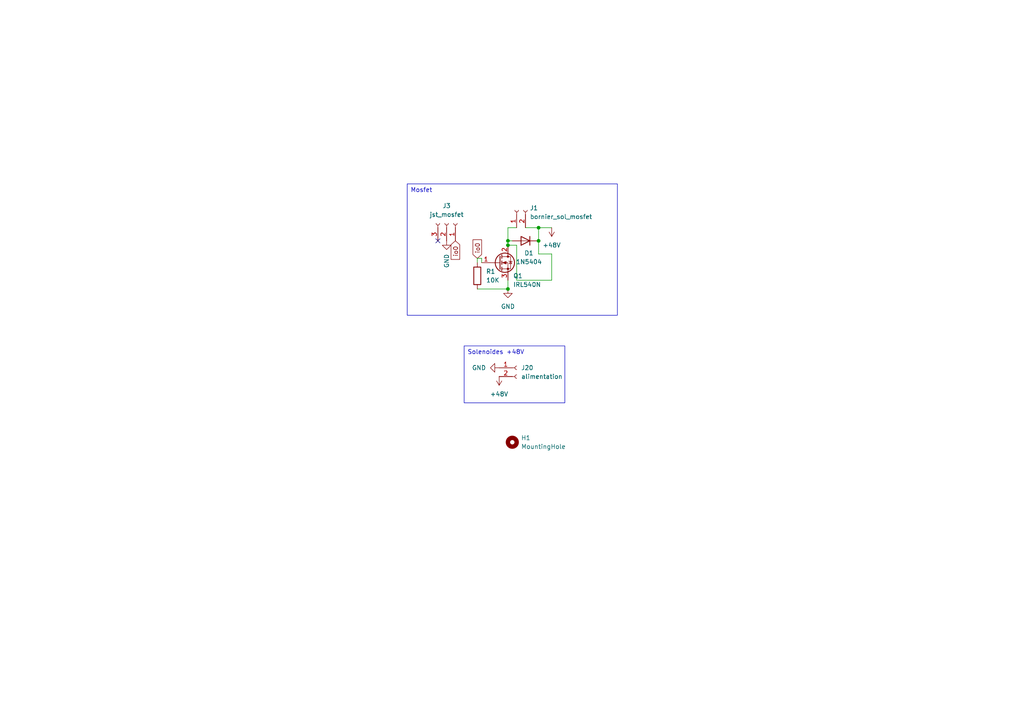
<source format=kicad_sch>
(kicad_sch (version 20231120) (generator "eeschema") (generator_version "8.0")
  (paper "A4")
  (title_block (title "cloches sous tension") (date "2024-12-05") (rev "1") (company "elif"))
  (lib_symbols
    (symbol "Connector:Conn_01x02_Socket" (pin_names (offset 1.016) hide)
      (property "Reference" "J" (at 0 2.54 0))
      (property "Value" "Conn_01x02_Socket" (at 0 -5.08 0))
      (symbol "Conn_01x02_Socket_1_1"
        (arc (start 0 -2.032) (mid -0.5058 -2.54) (end 0 -3.048) (stroke (width 0.1524)))
        (polyline (pts (xy -1.27 -2.54) (xy -0.508 -2.54)) (stroke (width 0.1524)))
        (polyline (pts (xy -1.27 0) (xy -0.508 0)) (stroke (width 0.1524)))
        (arc (start 0 0.508) (mid -0.5058 0) (end 0 -0.508) (stroke (width 0.1524)))
        (pin passive line (at -5.08 0 0) (length 3.81) (name "Pin_1") (number "1"))
        (pin passive line (at -5.08 -2.54 0) (length 3.81) (name "Pin_2") (number "2"))
      )
    )
    (symbol "Connector:Conn_01x03_Socket" (pin_names (offset 1.016) hide)
      (property "Reference" "J" (at 0 5.08 0))
      (property "Value" "Conn_01x03_Socket" (at 0 -5.08 0))
      (symbol "Conn_01x03_Socket_1_1"
        (arc (start 0 -2.032) (mid -0.5058 -2.54) (end 0 -3.048) (stroke (width 0.1524)))
        (polyline (pts (xy -1.27 -2.54) (xy -0.508 -2.54)) (stroke (width 0.1524)))
        (polyline (pts (xy -1.27 0) (xy -0.508 0)) (stroke (width 0.1524)))
        (polyline (pts (xy -1.27 2.54) (xy -0.508 2.54)) (stroke (width 0.1524)))
        (arc (start 0 0.508) (mid -0.5058 0) (end 0 -0.508) (stroke (width 0.1524)))
        (arc (start 0 3.048) (mid -0.5058 2.54) (end 0 2.032) (stroke (width 0.1524)))
        (pin passive line (at -5.08 2.54 0) (length 3.81) (name "Pin_1") (number "1"))
        (pin passive line (at -5.08 0 0) (length 3.81) (name "Pin_2") (number "2"))
        (pin passive line (at -5.08 -2.54 0) (length 3.81) (name "Pin_3") (number "3"))
      )
    )
    (symbol "Device:R" (pin_numbers hide) (pin_names (offset 0))
      (property "Reference" "R" (at 2.032 0 90))
      (property "Value" "R" (at 0 0 90))
      (symbol "R_0_1"
        (rectangle (start -1.016 -2.54) (end 1.016 2.54) (stroke (width 0.254)))
      )
      (symbol "R_1_1"
        (pin passive line (at 0 3.81 270) (length 1.27) (name "~") (number "1"))
        (pin passive line (at 0 -3.81 90) (length 1.27) (name "~") (number "2"))
      )
    )
    (symbol "Diode:1N5404" (pin_numbers hide) (pin_names hide)
      (property "Reference" "D" (at 0 2.54 0))
      (property "Value" "1N5404" (at 0 -2.54 0))
      (symbol "1N5404_0_1"
        (polyline (pts (xy -1.27 1.27) (xy -1.27 -1.27)) (stroke (width 0.254)))
        (polyline (pts (xy 1.27 0) (xy -1.27 0)))
        (polyline (pts (xy 1.27 1.27) (xy 1.27 -1.27) (xy -1.27 0) (xy 1.27 1.27)) (stroke (width 0.254)))
      )
      (symbol "1N5404_1_1"
        (pin passive line (at -3.81 0 0) (length 2.54) (name "K") (number "1"))
        (pin passive line (at 3.81 0 180) (length 2.54) (name "A") (number "2"))
      )
    )
    (symbol "Mechanical:MountingHole" (pin_names (offset 1.016)) (exclude_from_sim yes) (in_bom no)
      (property "Reference" "H" (at 0 5.08 0))
      (property "Value" "MountingHole" (at 0 3.175 0))
      (symbol "MountingHole_0_1"
        (circle (center 0 0) (radius 1.27) (stroke (width 1.27)))
      )
    )
    (symbol "Transistor_FET:IRLZ44N" (pin_names hide)
      (property "Reference" "Q" (at 5.08 1.905 0))
      (property "Value" "IRLZ44N" (at 5.08 0 0))
      (symbol "IRLZ44N_0_1"
        (polyline (pts (xy 0.254 0) (xy -2.54 0)))
        (polyline (pts (xy 0.254 1.905) (xy 0.254 -1.905)) (stroke (width 0.254)))
        (polyline (pts (xy 0.762 -1.27) (xy 0.762 -2.286)) (stroke (width 0.254)))
        (polyline (pts (xy 0.762 0.508) (xy 0.762 -0.508)) (stroke (width 0.254)))
        (polyline (pts (xy 0.762 2.286) (xy 0.762 1.27)) (stroke (width 0.254)))
        (polyline (pts (xy 2.54 2.54) (xy 2.54 1.778)))
        (polyline (pts (xy 2.54 -2.54) (xy 2.54 0) (xy 0.762 0)))
        (polyline (pts (xy 0.762 -1.778) (xy 3.302 -1.778) (xy 3.302 1.778) (xy 0.762 1.778)))
        (polyline (pts (xy 1.016 0) (xy 2.032 0.381) (xy 2.032 -0.381) (xy 1.016 0)) (fill (type outline)))
        (polyline (pts (xy 2.794 0.508) (xy 2.921 0.381) (xy 3.683 0.381) (xy 3.81 0.254)))
        (polyline (pts (xy 3.302 0.381) (xy 2.921 -0.254) (xy 3.683 -0.254) (xy 3.302 0.381)))
        (circle (center 1.651 0) (radius 2.794) (stroke (width 0.254)))
        (circle (center 2.54 -1.778) (radius 0.254) (fill (type outline)))
        (circle (center 2.54 1.778) (radius 0.254) (fill (type outline)))
      )
      (symbol "IRLZ44N_1_1"
        (pin input line (at -5.08 0 0) (length 2.54) (name "G") (number "1"))
        (pin passive line (at 2.54 5.08 270) (length 2.54) (name "D") (number "2"))
        (pin passive line (at 2.54 -5.08 90) (length 2.54) (name "S") (number "3"))
      )
    )
    (symbol "power:+48V" (power) (pin_numbers hide) (pin_names (offset 0) hide)
      (property "Value" "+48V" (at 0 3.556 0))
      (symbol "+48V_0_1"
        (polyline (pts (xy -0.762 1.27) (xy 0 2.54)))
        (polyline (pts (xy 0 0) (xy 0 2.54)))
        (polyline (pts (xy 0 2.54) (xy 0.762 1.27)))
      )
      (symbol "+48V_1_1"
        (pin power_in line (at 0 0 90) (length 0) (name "~") (number "1"))
      )
    )
    (symbol "power:GND" (power) (pin_numbers hide) (pin_names (offset 0) hide)
      (property "Value" "GND" (at 0 -3.81 0))
      (symbol "GND_0_1"
        (polyline (pts (xy 0 0) (xy 0 -1.27) (xy 1.27 -1.27) (xy 0 -2.54) (xy -1.27 -1.27) (xy 0 -1.27)))
      )
      (symbol "GND_1_1"
        (pin power_in line (at 0 0 270) (length 0) (name "~") (number "1"))
      )
    )
  )
  (junction (at 147.32 69.85))
  (junction (at 147.32 71.12))
  (junction (at 156.21 69.85))
  (junction (at 156.21 66.04))
  (junction (at 147.32 83.82))
  (no_connect (at 127 69.85))
  (wire (pts (xy 147.32 66.04) (xy 149.86 66.04)))
  (wire (pts (xy 160.02 73.66) (xy 160.02 81.28)))
  (wire (pts (xy 138.43 74.93) (xy 138.43 76.2)))
  (wire (pts (xy 160.02 81.28) (xy 149.86 81.28)))
  (wire (pts (xy 147.32 81.28) (xy 147.32 83.82)))
  (wire (pts (xy 138.43 83.82) (xy 147.32 83.82)))
  (wire (pts (xy 138.43 74.93) (xy 139.7 74.93)))
  (wire (pts (xy 147.32 69.85) (xy 148.59 69.85)))
  (wire (pts (xy 156.21 66.04) (xy 160.02 66.04)))
  (wire (pts (xy 149.86 81.28) (xy 149.86 71.12)))
  (wire (pts (xy 149.86 71.12) (xy 147.32 71.12)))
  (wire (pts (xy 139.7 74.93) (xy 139.7 76.2)))
  (wire (pts (xy 156.21 66.04) (xy 152.4 66.04)))
  (wire (pts (xy 156.21 66.04) (xy 156.21 69.85)))
  (wire (pts (xy 156.21 69.85) (xy 156.21 73.66)))
  (wire (pts (xy 147.32 66.04) (xy 147.32 69.85)))
  (wire (pts (xy 160.02 73.66) (xy 156.21 73.66)))
  (wire (pts (xy 147.32 69.85) (xy 147.32 71.12)))
  (text_box "Solenoides +48V" (at 134.62 100.33 0) (size 29.21 16.51) (effects (font (size 1.27 1.27)) (justify left top)))
  (text_box "Mosfet" (at 118.11 53.34 0) (size 60.96 38.1) (effects (font (size 1.27 1.27)) (justify left top)))
  (global_label "io0" (shape input) (at 138.43 74.93 90) (property "Intersheetrefs" "${INTERSHEET_REFS}" (effects (hide yes))))
  (global_label "io0" (shape input) (at 132.08 69.85 270) (property "Intersheetrefs" "${INTERSHEET_REFS}" (effects (hide yes))))
  (symbol (lib_id "Connector:Conn_01x02_Socket") (at 149.86 106.68 0) (unit 1)
    (property "Reference" "J20" (at 151.13 106.6799 0) (effects (justify left)))
    (property "Value" "alimentation" (at 151.13 109.2199 0) (effects (justify left)))
    (property "Footprint" "TerminalBlock_Phoenix:TerminalBlock_Phoenix_MKDS-1,5-2_1x02_P5.00mm_Horizontal" (effects (hide yes)))
    (property "Description" "Generic connector, single row, 01x02, script generated" (effects (hide yes)))
  )
  (symbol (lib_id "Transistor_FET:IRLZ44N") (at 144.78 76.2 0) (unit 1)
    (property "Reference" "Q1" (at 148.844 80.01 0) (effects (justify left)))
    (property "Value" "IRL540N" (at 148.844 82.55 0) (effects (justify left)))
    (property "Footprint" "Package_TO_SOT_THT:TO-220-3_Vertical" (effects (hide yes)))
    (property "Datasheet" "https://www.gotronic.fr/art-transistor-irl540n-14701.htm" (effects (hide yes)))
    (property "Description" "47A Id, 55V Vds, 22mOhm Rds Single N-Channel HEXFET Power MOSFET, TO-220AB" (effects (hide yes)))
  )
  (symbol (lib_id "Mechanical:MountingHole") (at 148.59 128.27 0) (unit 1) (exclude_from_sim yes) (in_bom no)
    (property "Reference" "H1" (at 151.13 126.9999 0) (effects (justify left)))
    (property "Value" "MountingHole" (at 151.13 129.5399 0) (effects (justify left)))
    (property "Footprint" "MountingHole:MountingHole_3.2mm_M3" (effects (hide yes)))
    (property "Description" "Mounting Hole without connection" (effects (hide yes)))
  )
  (symbol (lib_id "power:+48V") (at 160.02 66.04 180) (unit 1)
    (property "Reference" "#PWR02" (effects (hide yes)))
    (property "Value" "+48V" (at 160.02 71.12 0))
    (property "Description" "Power symbol creates a global label with name \"+48V\"" (effects (hide yes)))
  )
  (symbol (lib_id "power:GND") (at 144.78 106.68 270) (unit 1)
    (property "Reference" "#PWR040" (effects (hide yes)))
    (property "Value" "GND" (at 140.97 106.6799 90) (effects (justify right)))
    (property "Description" "Power symbol creates a global label with name \"GND\" , ground" (effects (hide yes)))
  )
  (symbol (lib_id "power:+48V") (at 144.78 109.22 180) (unit 1)
    (property "Reference" "#PWR041" (effects (hide yes)))
    (property "Value" "+48V" (at 144.78 114.3 0))
    (property "Description" "Power symbol creates a global label with name \"+48V\"" (effects (hide yes)))
  )
  (symbol (lib_id "power:GND") (at 147.32 83.82 0) (unit 1)
    (property "Reference" "#PWR01" (effects (hide yes)))
    (property "Value" "GND" (at 147.32 88.9 0))
    (property "Description" "Power symbol creates a global label with name \"GND\" , ground" (effects (hide yes)))
  )
  (symbol (lib_id "Diode:1N5404") (at 152.4 69.85 180) (unit 1)
    (property "Reference" "D1" (at 153.416 73.406 0))
    (property "Value" "1N5404" (at 153.416 75.946 0))
    (property "Footprint" "Diode_THT:D_DO-201AD_P15.24mm_Horizontal" (effects (hide yes)))
    (property "Datasheet" "http://www.vishay.com/docs/88516/1n5400.pdf" (effects (hide yes)))
    (property "Description" "400V 3A General Purpose Rectifier Diode, DO-201AD" (effects (hide yes)))
    (property "Sim.Device" "D" (effects (hide yes)))
    (property "Sim.Pins" "1=K 2=A" (effects (hide yes)))
  )
  (symbol (lib_id "power:GND") (at 129.54 69.85 0) (unit 1)
    (property "Reference" "#PWR05" (effects (hide yes)))
    (property "Value" "GND" (at 129.5399 73.66 90) (effects (justify right)))
    (property "Description" "Power symbol creates a global label with name \"GND\" , ground" (effects (hide yes)))
  )
  (symbol (lib_id "Connector:Conn_01x02_Socket") (at 149.86 60.96 90) (unit 1)
    (property "Reference" "J1" (at 153.67 60.3249 90) (effects (justify right)))
    (property "Value" "bornier_sol_mosfet" (at 153.67 62.8649 90) (effects (justify right)))
    (property "Footprint" "TerminalBlock_Phoenix:TerminalBlock_Phoenix_MKDS-1,5-2_1x02_P5.00mm_Horizontal" (effects (hide yes)))
    (property "Description" "Generic connector, single row, 01x02, script generated" (effects (hide yes)))
  )
  (symbol (lib_id "Device:R") (at 138.43 80.01 0) (unit 1)
    (property "Reference" "R1" (at 140.97 78.7399 0) (effects (justify left)))
    (property "Value" "10K" (at 140.97 81.2799 0) (effects (justify left)))
    (property "Footprint" "Resistor_THT:R_Axial_DIN0309_L9.0mm_D3.2mm_P12.70mm_Horizontal" (effects (hide yes)))
    (property "Description" "Resistor" (effects (hide yes)))
  )
  (symbol (lib_id "Connector:Conn_01x03_Socket") (at 129.54 64.77 270) (mirror x) (unit 1)
    (property "Reference" "J3" (at 129.54 59.69 90))
    (property "Value" "jst_mosfet" (at 129.54 62.23 90))
    (property "Footprint" "Connector_JST:JST_PH_S3B-PH-K_1x03_P2.00mm_Horizontal" (effects (hide yes)))
    (property "Description" "Generic connector, single row, 01x03, script generated" (effects (hide yes)))
  )
)
</source>
